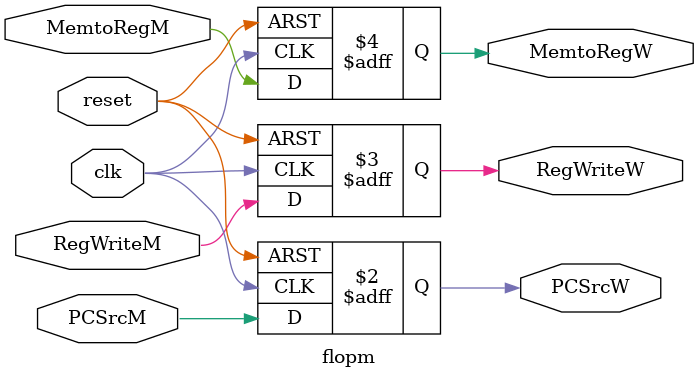
<source format=v>

module flopm(
	clk,
	reset,
	PCSrcM,
	RegWriteM,
	MemtoRegM,
	PCSrcW,
	RegWriteW,
	MemtoRegW,
);
	input wire clk;
	input wire reset;
	input wire PCSrcM;
	input wire RegWriteM;
	input wire MemtoRegM;
	output reg PCSrcW;
	output reg RegWriteW;
	output reg MemtoRegW;

	always @ (posedge clk or posedge reset)
	begin
		if (reset)
		begin
			PCSrcW <= 0;
			RegWriteW <= 0;
			MemtoRegW <= 0;
		end
		else
		begin
			PCSrcW <= PCSrcM;
			RegWriteW <= RegWriteM;
			MemtoRegW <= MemtoRegM;
		end
	end
	
endmodule

</source>
